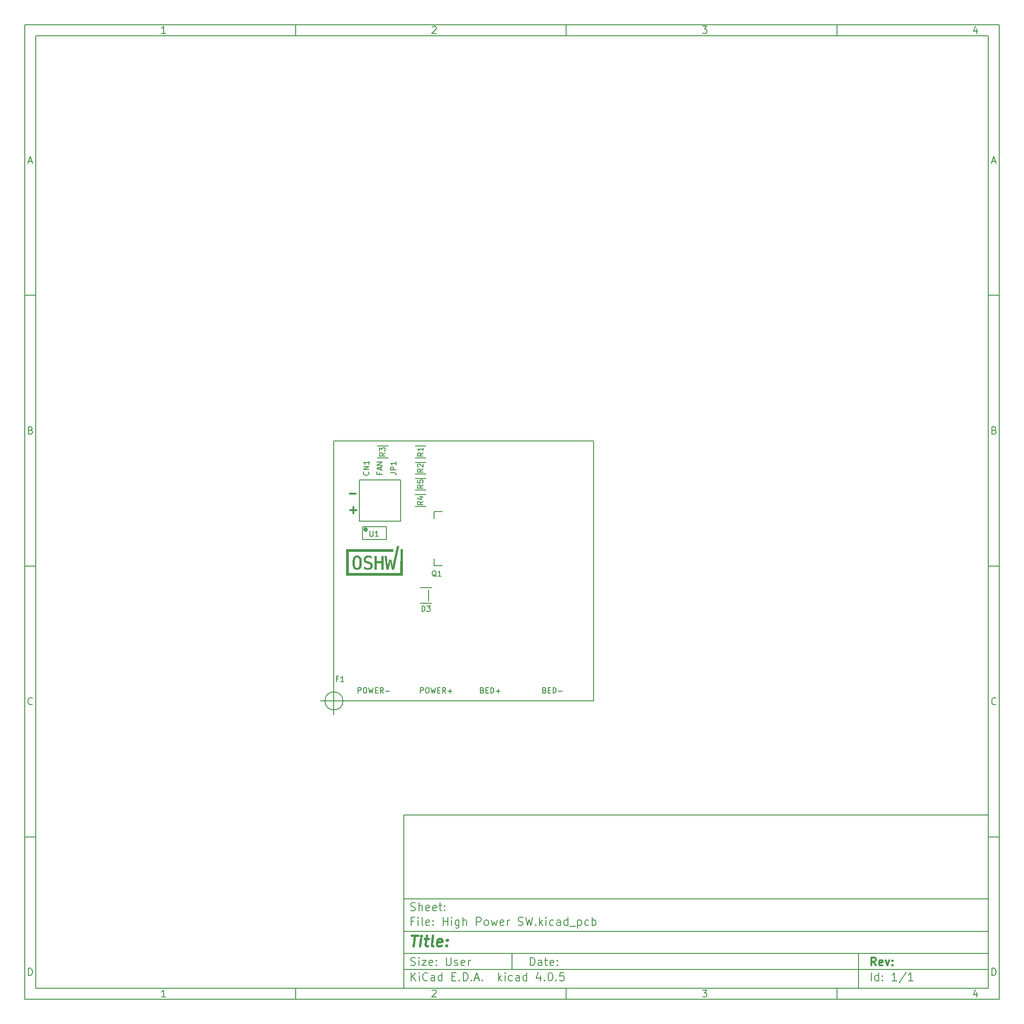
<source format=gbr>
G04 #@! TF.FileFunction,Legend,Top*
%FSLAX46Y46*%
G04 Gerber Fmt 4.6, Leading zero omitted, Abs format (unit mm)*
G04 Created by KiCad (PCBNEW 4.0.5) date 02/15/17 00:10:35*
%MOMM*%
%LPD*%
G01*
G04 APERTURE LIST*
%ADD10C,0.100000*%
%ADD11C,0.150000*%
%ADD12C,0.300000*%
%ADD13C,0.400000*%
%ADD14C,0.002540*%
G04 APERTURE END LIST*
D10*
D11*
X79999600Y-155999600D02*
X79999600Y-187999600D01*
X187999600Y-187999600D01*
X187999600Y-155999600D01*
X79999600Y-155999600D01*
D10*
D11*
X10000000Y-10000000D02*
X10000000Y-189999600D01*
X189999600Y-189999600D01*
X189999600Y-10000000D01*
X10000000Y-10000000D01*
D10*
D11*
X12000000Y-12000000D02*
X12000000Y-187999600D01*
X187999600Y-187999600D01*
X187999600Y-12000000D01*
X12000000Y-12000000D01*
D10*
D11*
X60000000Y-12000000D02*
X60000000Y-10000000D01*
D10*
D11*
X110000000Y-12000000D02*
X110000000Y-10000000D01*
D10*
D11*
X160000000Y-12000000D02*
X160000000Y-10000000D01*
D10*
D11*
X35990476Y-11588095D02*
X35247619Y-11588095D01*
X35619048Y-11588095D02*
X35619048Y-10288095D01*
X35495238Y-10473810D01*
X35371429Y-10597619D01*
X35247619Y-10659524D01*
D10*
D11*
X85247619Y-10411905D02*
X85309524Y-10350000D01*
X85433333Y-10288095D01*
X85742857Y-10288095D01*
X85866667Y-10350000D01*
X85928571Y-10411905D01*
X85990476Y-10535714D01*
X85990476Y-10659524D01*
X85928571Y-10845238D01*
X85185714Y-11588095D01*
X85990476Y-11588095D01*
D10*
D11*
X135185714Y-10288095D02*
X135990476Y-10288095D01*
X135557143Y-10783333D01*
X135742857Y-10783333D01*
X135866667Y-10845238D01*
X135928571Y-10907143D01*
X135990476Y-11030952D01*
X135990476Y-11340476D01*
X135928571Y-11464286D01*
X135866667Y-11526190D01*
X135742857Y-11588095D01*
X135371429Y-11588095D01*
X135247619Y-11526190D01*
X135185714Y-11464286D01*
D10*
D11*
X185866667Y-10721429D02*
X185866667Y-11588095D01*
X185557143Y-10226190D02*
X185247619Y-11154762D01*
X186052381Y-11154762D01*
D10*
D11*
X60000000Y-187999600D02*
X60000000Y-189999600D01*
D10*
D11*
X110000000Y-187999600D02*
X110000000Y-189999600D01*
D10*
D11*
X160000000Y-187999600D02*
X160000000Y-189999600D01*
D10*
D11*
X35990476Y-189587695D02*
X35247619Y-189587695D01*
X35619048Y-189587695D02*
X35619048Y-188287695D01*
X35495238Y-188473410D01*
X35371429Y-188597219D01*
X35247619Y-188659124D01*
D10*
D11*
X85247619Y-188411505D02*
X85309524Y-188349600D01*
X85433333Y-188287695D01*
X85742857Y-188287695D01*
X85866667Y-188349600D01*
X85928571Y-188411505D01*
X85990476Y-188535314D01*
X85990476Y-188659124D01*
X85928571Y-188844838D01*
X85185714Y-189587695D01*
X85990476Y-189587695D01*
D10*
D11*
X135185714Y-188287695D02*
X135990476Y-188287695D01*
X135557143Y-188782933D01*
X135742857Y-188782933D01*
X135866667Y-188844838D01*
X135928571Y-188906743D01*
X135990476Y-189030552D01*
X135990476Y-189340076D01*
X135928571Y-189463886D01*
X135866667Y-189525790D01*
X135742857Y-189587695D01*
X135371429Y-189587695D01*
X135247619Y-189525790D01*
X135185714Y-189463886D01*
D10*
D11*
X185866667Y-188721029D02*
X185866667Y-189587695D01*
X185557143Y-188225790D02*
X185247619Y-189154362D01*
X186052381Y-189154362D01*
D10*
D11*
X10000000Y-60000000D02*
X12000000Y-60000000D01*
D10*
D11*
X10000000Y-110000000D02*
X12000000Y-110000000D01*
D10*
D11*
X10000000Y-160000000D02*
X12000000Y-160000000D01*
D10*
D11*
X10690476Y-35216667D02*
X11309524Y-35216667D01*
X10566667Y-35588095D02*
X11000000Y-34288095D01*
X11433333Y-35588095D01*
D10*
D11*
X11092857Y-84907143D02*
X11278571Y-84969048D01*
X11340476Y-85030952D01*
X11402381Y-85154762D01*
X11402381Y-85340476D01*
X11340476Y-85464286D01*
X11278571Y-85526190D01*
X11154762Y-85588095D01*
X10659524Y-85588095D01*
X10659524Y-84288095D01*
X11092857Y-84288095D01*
X11216667Y-84350000D01*
X11278571Y-84411905D01*
X11340476Y-84535714D01*
X11340476Y-84659524D01*
X11278571Y-84783333D01*
X11216667Y-84845238D01*
X11092857Y-84907143D01*
X10659524Y-84907143D01*
D10*
D11*
X11402381Y-135464286D02*
X11340476Y-135526190D01*
X11154762Y-135588095D01*
X11030952Y-135588095D01*
X10845238Y-135526190D01*
X10721429Y-135402381D01*
X10659524Y-135278571D01*
X10597619Y-135030952D01*
X10597619Y-134845238D01*
X10659524Y-134597619D01*
X10721429Y-134473810D01*
X10845238Y-134350000D01*
X11030952Y-134288095D01*
X11154762Y-134288095D01*
X11340476Y-134350000D01*
X11402381Y-134411905D01*
D10*
D11*
X10659524Y-185588095D02*
X10659524Y-184288095D01*
X10969048Y-184288095D01*
X11154762Y-184350000D01*
X11278571Y-184473810D01*
X11340476Y-184597619D01*
X11402381Y-184845238D01*
X11402381Y-185030952D01*
X11340476Y-185278571D01*
X11278571Y-185402381D01*
X11154762Y-185526190D01*
X10969048Y-185588095D01*
X10659524Y-185588095D01*
D10*
D11*
X189999600Y-60000000D02*
X187999600Y-60000000D01*
D10*
D11*
X189999600Y-110000000D02*
X187999600Y-110000000D01*
D10*
D11*
X189999600Y-160000000D02*
X187999600Y-160000000D01*
D10*
D11*
X188690076Y-35216667D02*
X189309124Y-35216667D01*
X188566267Y-35588095D02*
X188999600Y-34288095D01*
X189432933Y-35588095D01*
D10*
D11*
X189092457Y-84907143D02*
X189278171Y-84969048D01*
X189340076Y-85030952D01*
X189401981Y-85154762D01*
X189401981Y-85340476D01*
X189340076Y-85464286D01*
X189278171Y-85526190D01*
X189154362Y-85588095D01*
X188659124Y-85588095D01*
X188659124Y-84288095D01*
X189092457Y-84288095D01*
X189216267Y-84350000D01*
X189278171Y-84411905D01*
X189340076Y-84535714D01*
X189340076Y-84659524D01*
X189278171Y-84783333D01*
X189216267Y-84845238D01*
X189092457Y-84907143D01*
X188659124Y-84907143D01*
D10*
D11*
X189401981Y-135464286D02*
X189340076Y-135526190D01*
X189154362Y-135588095D01*
X189030552Y-135588095D01*
X188844838Y-135526190D01*
X188721029Y-135402381D01*
X188659124Y-135278571D01*
X188597219Y-135030952D01*
X188597219Y-134845238D01*
X188659124Y-134597619D01*
X188721029Y-134473810D01*
X188844838Y-134350000D01*
X189030552Y-134288095D01*
X189154362Y-134288095D01*
X189340076Y-134350000D01*
X189401981Y-134411905D01*
D10*
D11*
X188659124Y-185588095D02*
X188659124Y-184288095D01*
X188968648Y-184288095D01*
X189154362Y-184350000D01*
X189278171Y-184473810D01*
X189340076Y-184597619D01*
X189401981Y-184845238D01*
X189401981Y-185030952D01*
X189340076Y-185278571D01*
X189278171Y-185402381D01*
X189154362Y-185526190D01*
X188968648Y-185588095D01*
X188659124Y-185588095D01*
D10*
D11*
X103356743Y-183778171D02*
X103356743Y-182278171D01*
X103713886Y-182278171D01*
X103928171Y-182349600D01*
X104071029Y-182492457D01*
X104142457Y-182635314D01*
X104213886Y-182921029D01*
X104213886Y-183135314D01*
X104142457Y-183421029D01*
X104071029Y-183563886D01*
X103928171Y-183706743D01*
X103713886Y-183778171D01*
X103356743Y-183778171D01*
X105499600Y-183778171D02*
X105499600Y-182992457D01*
X105428171Y-182849600D01*
X105285314Y-182778171D01*
X104999600Y-182778171D01*
X104856743Y-182849600D01*
X105499600Y-183706743D02*
X105356743Y-183778171D01*
X104999600Y-183778171D01*
X104856743Y-183706743D01*
X104785314Y-183563886D01*
X104785314Y-183421029D01*
X104856743Y-183278171D01*
X104999600Y-183206743D01*
X105356743Y-183206743D01*
X105499600Y-183135314D01*
X105999600Y-182778171D02*
X106571029Y-182778171D01*
X106213886Y-182278171D02*
X106213886Y-183563886D01*
X106285314Y-183706743D01*
X106428172Y-183778171D01*
X106571029Y-183778171D01*
X107642457Y-183706743D02*
X107499600Y-183778171D01*
X107213886Y-183778171D01*
X107071029Y-183706743D01*
X106999600Y-183563886D01*
X106999600Y-182992457D01*
X107071029Y-182849600D01*
X107213886Y-182778171D01*
X107499600Y-182778171D01*
X107642457Y-182849600D01*
X107713886Y-182992457D01*
X107713886Y-183135314D01*
X106999600Y-183278171D01*
X108356743Y-183635314D02*
X108428171Y-183706743D01*
X108356743Y-183778171D01*
X108285314Y-183706743D01*
X108356743Y-183635314D01*
X108356743Y-183778171D01*
X108356743Y-182849600D02*
X108428171Y-182921029D01*
X108356743Y-182992457D01*
X108285314Y-182921029D01*
X108356743Y-182849600D01*
X108356743Y-182992457D01*
D10*
D11*
X79999600Y-184499600D02*
X187999600Y-184499600D01*
D10*
D11*
X81356743Y-186578171D02*
X81356743Y-185078171D01*
X82213886Y-186578171D02*
X81571029Y-185721029D01*
X82213886Y-185078171D02*
X81356743Y-185935314D01*
X82856743Y-186578171D02*
X82856743Y-185578171D01*
X82856743Y-185078171D02*
X82785314Y-185149600D01*
X82856743Y-185221029D01*
X82928171Y-185149600D01*
X82856743Y-185078171D01*
X82856743Y-185221029D01*
X84428172Y-186435314D02*
X84356743Y-186506743D01*
X84142457Y-186578171D01*
X83999600Y-186578171D01*
X83785315Y-186506743D01*
X83642457Y-186363886D01*
X83571029Y-186221029D01*
X83499600Y-185935314D01*
X83499600Y-185721029D01*
X83571029Y-185435314D01*
X83642457Y-185292457D01*
X83785315Y-185149600D01*
X83999600Y-185078171D01*
X84142457Y-185078171D01*
X84356743Y-185149600D01*
X84428172Y-185221029D01*
X85713886Y-186578171D02*
X85713886Y-185792457D01*
X85642457Y-185649600D01*
X85499600Y-185578171D01*
X85213886Y-185578171D01*
X85071029Y-185649600D01*
X85713886Y-186506743D02*
X85571029Y-186578171D01*
X85213886Y-186578171D01*
X85071029Y-186506743D01*
X84999600Y-186363886D01*
X84999600Y-186221029D01*
X85071029Y-186078171D01*
X85213886Y-186006743D01*
X85571029Y-186006743D01*
X85713886Y-185935314D01*
X87071029Y-186578171D02*
X87071029Y-185078171D01*
X87071029Y-186506743D02*
X86928172Y-186578171D01*
X86642458Y-186578171D01*
X86499600Y-186506743D01*
X86428172Y-186435314D01*
X86356743Y-186292457D01*
X86356743Y-185863886D01*
X86428172Y-185721029D01*
X86499600Y-185649600D01*
X86642458Y-185578171D01*
X86928172Y-185578171D01*
X87071029Y-185649600D01*
X88928172Y-185792457D02*
X89428172Y-185792457D01*
X89642458Y-186578171D02*
X88928172Y-186578171D01*
X88928172Y-185078171D01*
X89642458Y-185078171D01*
X90285315Y-186435314D02*
X90356743Y-186506743D01*
X90285315Y-186578171D01*
X90213886Y-186506743D01*
X90285315Y-186435314D01*
X90285315Y-186578171D01*
X90999601Y-186578171D02*
X90999601Y-185078171D01*
X91356744Y-185078171D01*
X91571029Y-185149600D01*
X91713887Y-185292457D01*
X91785315Y-185435314D01*
X91856744Y-185721029D01*
X91856744Y-185935314D01*
X91785315Y-186221029D01*
X91713887Y-186363886D01*
X91571029Y-186506743D01*
X91356744Y-186578171D01*
X90999601Y-186578171D01*
X92499601Y-186435314D02*
X92571029Y-186506743D01*
X92499601Y-186578171D01*
X92428172Y-186506743D01*
X92499601Y-186435314D01*
X92499601Y-186578171D01*
X93142458Y-186149600D02*
X93856744Y-186149600D01*
X92999601Y-186578171D02*
X93499601Y-185078171D01*
X93999601Y-186578171D01*
X94499601Y-186435314D02*
X94571029Y-186506743D01*
X94499601Y-186578171D01*
X94428172Y-186506743D01*
X94499601Y-186435314D01*
X94499601Y-186578171D01*
X97499601Y-186578171D02*
X97499601Y-185078171D01*
X97642458Y-186006743D02*
X98071029Y-186578171D01*
X98071029Y-185578171D02*
X97499601Y-186149600D01*
X98713887Y-186578171D02*
X98713887Y-185578171D01*
X98713887Y-185078171D02*
X98642458Y-185149600D01*
X98713887Y-185221029D01*
X98785315Y-185149600D01*
X98713887Y-185078171D01*
X98713887Y-185221029D01*
X100071030Y-186506743D02*
X99928173Y-186578171D01*
X99642459Y-186578171D01*
X99499601Y-186506743D01*
X99428173Y-186435314D01*
X99356744Y-186292457D01*
X99356744Y-185863886D01*
X99428173Y-185721029D01*
X99499601Y-185649600D01*
X99642459Y-185578171D01*
X99928173Y-185578171D01*
X100071030Y-185649600D01*
X101356744Y-186578171D02*
X101356744Y-185792457D01*
X101285315Y-185649600D01*
X101142458Y-185578171D01*
X100856744Y-185578171D01*
X100713887Y-185649600D01*
X101356744Y-186506743D02*
X101213887Y-186578171D01*
X100856744Y-186578171D01*
X100713887Y-186506743D01*
X100642458Y-186363886D01*
X100642458Y-186221029D01*
X100713887Y-186078171D01*
X100856744Y-186006743D01*
X101213887Y-186006743D01*
X101356744Y-185935314D01*
X102713887Y-186578171D02*
X102713887Y-185078171D01*
X102713887Y-186506743D02*
X102571030Y-186578171D01*
X102285316Y-186578171D01*
X102142458Y-186506743D01*
X102071030Y-186435314D01*
X101999601Y-186292457D01*
X101999601Y-185863886D01*
X102071030Y-185721029D01*
X102142458Y-185649600D01*
X102285316Y-185578171D01*
X102571030Y-185578171D01*
X102713887Y-185649600D01*
X105213887Y-185578171D02*
X105213887Y-186578171D01*
X104856744Y-185006743D02*
X104499601Y-186078171D01*
X105428173Y-186078171D01*
X105999601Y-186435314D02*
X106071029Y-186506743D01*
X105999601Y-186578171D01*
X105928172Y-186506743D01*
X105999601Y-186435314D01*
X105999601Y-186578171D01*
X106999601Y-185078171D02*
X107142458Y-185078171D01*
X107285315Y-185149600D01*
X107356744Y-185221029D01*
X107428173Y-185363886D01*
X107499601Y-185649600D01*
X107499601Y-186006743D01*
X107428173Y-186292457D01*
X107356744Y-186435314D01*
X107285315Y-186506743D01*
X107142458Y-186578171D01*
X106999601Y-186578171D01*
X106856744Y-186506743D01*
X106785315Y-186435314D01*
X106713887Y-186292457D01*
X106642458Y-186006743D01*
X106642458Y-185649600D01*
X106713887Y-185363886D01*
X106785315Y-185221029D01*
X106856744Y-185149600D01*
X106999601Y-185078171D01*
X108142458Y-186435314D02*
X108213886Y-186506743D01*
X108142458Y-186578171D01*
X108071029Y-186506743D01*
X108142458Y-186435314D01*
X108142458Y-186578171D01*
X109571030Y-185078171D02*
X108856744Y-185078171D01*
X108785315Y-185792457D01*
X108856744Y-185721029D01*
X108999601Y-185649600D01*
X109356744Y-185649600D01*
X109499601Y-185721029D01*
X109571030Y-185792457D01*
X109642458Y-185935314D01*
X109642458Y-186292457D01*
X109571030Y-186435314D01*
X109499601Y-186506743D01*
X109356744Y-186578171D01*
X108999601Y-186578171D01*
X108856744Y-186506743D01*
X108785315Y-186435314D01*
D10*
D11*
X79999600Y-181499600D02*
X187999600Y-181499600D01*
D10*
D12*
X167213886Y-183778171D02*
X166713886Y-183063886D01*
X166356743Y-183778171D02*
X166356743Y-182278171D01*
X166928171Y-182278171D01*
X167071029Y-182349600D01*
X167142457Y-182421029D01*
X167213886Y-182563886D01*
X167213886Y-182778171D01*
X167142457Y-182921029D01*
X167071029Y-182992457D01*
X166928171Y-183063886D01*
X166356743Y-183063886D01*
X168428171Y-183706743D02*
X168285314Y-183778171D01*
X167999600Y-183778171D01*
X167856743Y-183706743D01*
X167785314Y-183563886D01*
X167785314Y-182992457D01*
X167856743Y-182849600D01*
X167999600Y-182778171D01*
X168285314Y-182778171D01*
X168428171Y-182849600D01*
X168499600Y-182992457D01*
X168499600Y-183135314D01*
X167785314Y-183278171D01*
X168999600Y-182778171D02*
X169356743Y-183778171D01*
X169713885Y-182778171D01*
X170285314Y-183635314D02*
X170356742Y-183706743D01*
X170285314Y-183778171D01*
X170213885Y-183706743D01*
X170285314Y-183635314D01*
X170285314Y-183778171D01*
X170285314Y-182849600D02*
X170356742Y-182921029D01*
X170285314Y-182992457D01*
X170213885Y-182921029D01*
X170285314Y-182849600D01*
X170285314Y-182992457D01*
D10*
D11*
X81285314Y-183706743D02*
X81499600Y-183778171D01*
X81856743Y-183778171D01*
X81999600Y-183706743D01*
X82071029Y-183635314D01*
X82142457Y-183492457D01*
X82142457Y-183349600D01*
X82071029Y-183206743D01*
X81999600Y-183135314D01*
X81856743Y-183063886D01*
X81571029Y-182992457D01*
X81428171Y-182921029D01*
X81356743Y-182849600D01*
X81285314Y-182706743D01*
X81285314Y-182563886D01*
X81356743Y-182421029D01*
X81428171Y-182349600D01*
X81571029Y-182278171D01*
X81928171Y-182278171D01*
X82142457Y-182349600D01*
X82785314Y-183778171D02*
X82785314Y-182778171D01*
X82785314Y-182278171D02*
X82713885Y-182349600D01*
X82785314Y-182421029D01*
X82856742Y-182349600D01*
X82785314Y-182278171D01*
X82785314Y-182421029D01*
X83356743Y-182778171D02*
X84142457Y-182778171D01*
X83356743Y-183778171D01*
X84142457Y-183778171D01*
X85285314Y-183706743D02*
X85142457Y-183778171D01*
X84856743Y-183778171D01*
X84713886Y-183706743D01*
X84642457Y-183563886D01*
X84642457Y-182992457D01*
X84713886Y-182849600D01*
X84856743Y-182778171D01*
X85142457Y-182778171D01*
X85285314Y-182849600D01*
X85356743Y-182992457D01*
X85356743Y-183135314D01*
X84642457Y-183278171D01*
X85999600Y-183635314D02*
X86071028Y-183706743D01*
X85999600Y-183778171D01*
X85928171Y-183706743D01*
X85999600Y-183635314D01*
X85999600Y-183778171D01*
X85999600Y-182849600D02*
X86071028Y-182921029D01*
X85999600Y-182992457D01*
X85928171Y-182921029D01*
X85999600Y-182849600D01*
X85999600Y-182992457D01*
X87856743Y-182278171D02*
X87856743Y-183492457D01*
X87928171Y-183635314D01*
X87999600Y-183706743D01*
X88142457Y-183778171D01*
X88428171Y-183778171D01*
X88571029Y-183706743D01*
X88642457Y-183635314D01*
X88713886Y-183492457D01*
X88713886Y-182278171D01*
X89356743Y-183706743D02*
X89499600Y-183778171D01*
X89785315Y-183778171D01*
X89928172Y-183706743D01*
X89999600Y-183563886D01*
X89999600Y-183492457D01*
X89928172Y-183349600D01*
X89785315Y-183278171D01*
X89571029Y-183278171D01*
X89428172Y-183206743D01*
X89356743Y-183063886D01*
X89356743Y-182992457D01*
X89428172Y-182849600D01*
X89571029Y-182778171D01*
X89785315Y-182778171D01*
X89928172Y-182849600D01*
X91213886Y-183706743D02*
X91071029Y-183778171D01*
X90785315Y-183778171D01*
X90642458Y-183706743D01*
X90571029Y-183563886D01*
X90571029Y-182992457D01*
X90642458Y-182849600D01*
X90785315Y-182778171D01*
X91071029Y-182778171D01*
X91213886Y-182849600D01*
X91285315Y-182992457D01*
X91285315Y-183135314D01*
X90571029Y-183278171D01*
X91928172Y-183778171D02*
X91928172Y-182778171D01*
X91928172Y-183063886D02*
X91999600Y-182921029D01*
X92071029Y-182849600D01*
X92213886Y-182778171D01*
X92356743Y-182778171D01*
D10*
D11*
X166356743Y-186578171D02*
X166356743Y-185078171D01*
X167713886Y-186578171D02*
X167713886Y-185078171D01*
X167713886Y-186506743D02*
X167571029Y-186578171D01*
X167285315Y-186578171D01*
X167142457Y-186506743D01*
X167071029Y-186435314D01*
X166999600Y-186292457D01*
X166999600Y-185863886D01*
X167071029Y-185721029D01*
X167142457Y-185649600D01*
X167285315Y-185578171D01*
X167571029Y-185578171D01*
X167713886Y-185649600D01*
X168428172Y-186435314D02*
X168499600Y-186506743D01*
X168428172Y-186578171D01*
X168356743Y-186506743D01*
X168428172Y-186435314D01*
X168428172Y-186578171D01*
X168428172Y-185649600D02*
X168499600Y-185721029D01*
X168428172Y-185792457D01*
X168356743Y-185721029D01*
X168428172Y-185649600D01*
X168428172Y-185792457D01*
X171071029Y-186578171D02*
X170213886Y-186578171D01*
X170642458Y-186578171D02*
X170642458Y-185078171D01*
X170499601Y-185292457D01*
X170356743Y-185435314D01*
X170213886Y-185506743D01*
X172785314Y-185006743D02*
X171499600Y-186935314D01*
X174071029Y-186578171D02*
X173213886Y-186578171D01*
X173642458Y-186578171D02*
X173642458Y-185078171D01*
X173499601Y-185292457D01*
X173356743Y-185435314D01*
X173213886Y-185506743D01*
D10*
D11*
X79999600Y-177499600D02*
X187999600Y-177499600D01*
D10*
D13*
X81451981Y-178204362D02*
X82594838Y-178204362D01*
X81773410Y-180204362D02*
X82023410Y-178204362D01*
X83011505Y-180204362D02*
X83178171Y-178871029D01*
X83261505Y-178204362D02*
X83154362Y-178299600D01*
X83237695Y-178394838D01*
X83344839Y-178299600D01*
X83261505Y-178204362D01*
X83237695Y-178394838D01*
X83844838Y-178871029D02*
X84606743Y-178871029D01*
X84213886Y-178204362D02*
X83999600Y-179918648D01*
X84071030Y-180109124D01*
X84249601Y-180204362D01*
X84440077Y-180204362D01*
X85392458Y-180204362D02*
X85213887Y-180109124D01*
X85142457Y-179918648D01*
X85356743Y-178204362D01*
X86928172Y-180109124D02*
X86725791Y-180204362D01*
X86344839Y-180204362D01*
X86166267Y-180109124D01*
X86094838Y-179918648D01*
X86190076Y-179156743D01*
X86309124Y-178966267D01*
X86511505Y-178871029D01*
X86892457Y-178871029D01*
X87071029Y-178966267D01*
X87142457Y-179156743D01*
X87118648Y-179347219D01*
X86142457Y-179537695D01*
X87892457Y-180013886D02*
X87975792Y-180109124D01*
X87868648Y-180204362D01*
X87785315Y-180109124D01*
X87892457Y-180013886D01*
X87868648Y-180204362D01*
X88023410Y-178966267D02*
X88106744Y-179061505D01*
X87999600Y-179156743D01*
X87916267Y-179061505D01*
X88023410Y-178966267D01*
X87999600Y-179156743D01*
D10*
D11*
X81856743Y-175592457D02*
X81356743Y-175592457D01*
X81356743Y-176378171D02*
X81356743Y-174878171D01*
X82071029Y-174878171D01*
X82642457Y-176378171D02*
X82642457Y-175378171D01*
X82642457Y-174878171D02*
X82571028Y-174949600D01*
X82642457Y-175021029D01*
X82713885Y-174949600D01*
X82642457Y-174878171D01*
X82642457Y-175021029D01*
X83571029Y-176378171D02*
X83428171Y-176306743D01*
X83356743Y-176163886D01*
X83356743Y-174878171D01*
X84713885Y-176306743D02*
X84571028Y-176378171D01*
X84285314Y-176378171D01*
X84142457Y-176306743D01*
X84071028Y-176163886D01*
X84071028Y-175592457D01*
X84142457Y-175449600D01*
X84285314Y-175378171D01*
X84571028Y-175378171D01*
X84713885Y-175449600D01*
X84785314Y-175592457D01*
X84785314Y-175735314D01*
X84071028Y-175878171D01*
X85428171Y-176235314D02*
X85499599Y-176306743D01*
X85428171Y-176378171D01*
X85356742Y-176306743D01*
X85428171Y-176235314D01*
X85428171Y-176378171D01*
X85428171Y-175449600D02*
X85499599Y-175521029D01*
X85428171Y-175592457D01*
X85356742Y-175521029D01*
X85428171Y-175449600D01*
X85428171Y-175592457D01*
X87285314Y-176378171D02*
X87285314Y-174878171D01*
X87285314Y-175592457D02*
X88142457Y-175592457D01*
X88142457Y-176378171D02*
X88142457Y-174878171D01*
X88856743Y-176378171D02*
X88856743Y-175378171D01*
X88856743Y-174878171D02*
X88785314Y-174949600D01*
X88856743Y-175021029D01*
X88928171Y-174949600D01*
X88856743Y-174878171D01*
X88856743Y-175021029D01*
X90213886Y-175378171D02*
X90213886Y-176592457D01*
X90142457Y-176735314D01*
X90071029Y-176806743D01*
X89928172Y-176878171D01*
X89713886Y-176878171D01*
X89571029Y-176806743D01*
X90213886Y-176306743D02*
X90071029Y-176378171D01*
X89785315Y-176378171D01*
X89642457Y-176306743D01*
X89571029Y-176235314D01*
X89499600Y-176092457D01*
X89499600Y-175663886D01*
X89571029Y-175521029D01*
X89642457Y-175449600D01*
X89785315Y-175378171D01*
X90071029Y-175378171D01*
X90213886Y-175449600D01*
X90928172Y-176378171D02*
X90928172Y-174878171D01*
X91571029Y-176378171D02*
X91571029Y-175592457D01*
X91499600Y-175449600D01*
X91356743Y-175378171D01*
X91142458Y-175378171D01*
X90999600Y-175449600D01*
X90928172Y-175521029D01*
X93428172Y-176378171D02*
X93428172Y-174878171D01*
X93999600Y-174878171D01*
X94142458Y-174949600D01*
X94213886Y-175021029D01*
X94285315Y-175163886D01*
X94285315Y-175378171D01*
X94213886Y-175521029D01*
X94142458Y-175592457D01*
X93999600Y-175663886D01*
X93428172Y-175663886D01*
X95142458Y-176378171D02*
X94999600Y-176306743D01*
X94928172Y-176235314D01*
X94856743Y-176092457D01*
X94856743Y-175663886D01*
X94928172Y-175521029D01*
X94999600Y-175449600D01*
X95142458Y-175378171D01*
X95356743Y-175378171D01*
X95499600Y-175449600D01*
X95571029Y-175521029D01*
X95642458Y-175663886D01*
X95642458Y-176092457D01*
X95571029Y-176235314D01*
X95499600Y-176306743D01*
X95356743Y-176378171D01*
X95142458Y-176378171D01*
X96142458Y-175378171D02*
X96428172Y-176378171D01*
X96713886Y-175663886D01*
X96999601Y-176378171D01*
X97285315Y-175378171D01*
X98428172Y-176306743D02*
X98285315Y-176378171D01*
X97999601Y-176378171D01*
X97856744Y-176306743D01*
X97785315Y-176163886D01*
X97785315Y-175592457D01*
X97856744Y-175449600D01*
X97999601Y-175378171D01*
X98285315Y-175378171D01*
X98428172Y-175449600D01*
X98499601Y-175592457D01*
X98499601Y-175735314D01*
X97785315Y-175878171D01*
X99142458Y-176378171D02*
X99142458Y-175378171D01*
X99142458Y-175663886D02*
X99213886Y-175521029D01*
X99285315Y-175449600D01*
X99428172Y-175378171D01*
X99571029Y-175378171D01*
X101142457Y-176306743D02*
X101356743Y-176378171D01*
X101713886Y-176378171D01*
X101856743Y-176306743D01*
X101928172Y-176235314D01*
X101999600Y-176092457D01*
X101999600Y-175949600D01*
X101928172Y-175806743D01*
X101856743Y-175735314D01*
X101713886Y-175663886D01*
X101428172Y-175592457D01*
X101285314Y-175521029D01*
X101213886Y-175449600D01*
X101142457Y-175306743D01*
X101142457Y-175163886D01*
X101213886Y-175021029D01*
X101285314Y-174949600D01*
X101428172Y-174878171D01*
X101785314Y-174878171D01*
X101999600Y-174949600D01*
X102499600Y-174878171D02*
X102856743Y-176378171D01*
X103142457Y-175306743D01*
X103428171Y-176378171D01*
X103785314Y-174878171D01*
X104356743Y-176235314D02*
X104428171Y-176306743D01*
X104356743Y-176378171D01*
X104285314Y-176306743D01*
X104356743Y-176235314D01*
X104356743Y-176378171D01*
X105071029Y-176378171D02*
X105071029Y-174878171D01*
X105213886Y-175806743D02*
X105642457Y-176378171D01*
X105642457Y-175378171D02*
X105071029Y-175949600D01*
X106285315Y-176378171D02*
X106285315Y-175378171D01*
X106285315Y-174878171D02*
X106213886Y-174949600D01*
X106285315Y-175021029D01*
X106356743Y-174949600D01*
X106285315Y-174878171D01*
X106285315Y-175021029D01*
X107642458Y-176306743D02*
X107499601Y-176378171D01*
X107213887Y-176378171D01*
X107071029Y-176306743D01*
X106999601Y-176235314D01*
X106928172Y-176092457D01*
X106928172Y-175663886D01*
X106999601Y-175521029D01*
X107071029Y-175449600D01*
X107213887Y-175378171D01*
X107499601Y-175378171D01*
X107642458Y-175449600D01*
X108928172Y-176378171D02*
X108928172Y-175592457D01*
X108856743Y-175449600D01*
X108713886Y-175378171D01*
X108428172Y-175378171D01*
X108285315Y-175449600D01*
X108928172Y-176306743D02*
X108785315Y-176378171D01*
X108428172Y-176378171D01*
X108285315Y-176306743D01*
X108213886Y-176163886D01*
X108213886Y-176021029D01*
X108285315Y-175878171D01*
X108428172Y-175806743D01*
X108785315Y-175806743D01*
X108928172Y-175735314D01*
X110285315Y-176378171D02*
X110285315Y-174878171D01*
X110285315Y-176306743D02*
X110142458Y-176378171D01*
X109856744Y-176378171D01*
X109713886Y-176306743D01*
X109642458Y-176235314D01*
X109571029Y-176092457D01*
X109571029Y-175663886D01*
X109642458Y-175521029D01*
X109713886Y-175449600D01*
X109856744Y-175378171D01*
X110142458Y-175378171D01*
X110285315Y-175449600D01*
X110642458Y-176521029D02*
X111785315Y-176521029D01*
X112142458Y-175378171D02*
X112142458Y-176878171D01*
X112142458Y-175449600D02*
X112285315Y-175378171D01*
X112571029Y-175378171D01*
X112713886Y-175449600D01*
X112785315Y-175521029D01*
X112856744Y-175663886D01*
X112856744Y-176092457D01*
X112785315Y-176235314D01*
X112713886Y-176306743D01*
X112571029Y-176378171D01*
X112285315Y-176378171D01*
X112142458Y-176306743D01*
X114142458Y-176306743D02*
X113999601Y-176378171D01*
X113713887Y-176378171D01*
X113571029Y-176306743D01*
X113499601Y-176235314D01*
X113428172Y-176092457D01*
X113428172Y-175663886D01*
X113499601Y-175521029D01*
X113571029Y-175449600D01*
X113713887Y-175378171D01*
X113999601Y-175378171D01*
X114142458Y-175449600D01*
X114785315Y-176378171D02*
X114785315Y-174878171D01*
X114785315Y-175449600D02*
X114928172Y-175378171D01*
X115213886Y-175378171D01*
X115356743Y-175449600D01*
X115428172Y-175521029D01*
X115499601Y-175663886D01*
X115499601Y-176092457D01*
X115428172Y-176235314D01*
X115356743Y-176306743D01*
X115213886Y-176378171D01*
X114928172Y-176378171D01*
X114785315Y-176306743D01*
D10*
D11*
X79999600Y-171499600D02*
X187999600Y-171499600D01*
D10*
D11*
X81285314Y-173606743D02*
X81499600Y-173678171D01*
X81856743Y-173678171D01*
X81999600Y-173606743D01*
X82071029Y-173535314D01*
X82142457Y-173392457D01*
X82142457Y-173249600D01*
X82071029Y-173106743D01*
X81999600Y-173035314D01*
X81856743Y-172963886D01*
X81571029Y-172892457D01*
X81428171Y-172821029D01*
X81356743Y-172749600D01*
X81285314Y-172606743D01*
X81285314Y-172463886D01*
X81356743Y-172321029D01*
X81428171Y-172249600D01*
X81571029Y-172178171D01*
X81928171Y-172178171D01*
X82142457Y-172249600D01*
X82785314Y-173678171D02*
X82785314Y-172178171D01*
X83428171Y-173678171D02*
X83428171Y-172892457D01*
X83356742Y-172749600D01*
X83213885Y-172678171D01*
X82999600Y-172678171D01*
X82856742Y-172749600D01*
X82785314Y-172821029D01*
X84713885Y-173606743D02*
X84571028Y-173678171D01*
X84285314Y-173678171D01*
X84142457Y-173606743D01*
X84071028Y-173463886D01*
X84071028Y-172892457D01*
X84142457Y-172749600D01*
X84285314Y-172678171D01*
X84571028Y-172678171D01*
X84713885Y-172749600D01*
X84785314Y-172892457D01*
X84785314Y-173035314D01*
X84071028Y-173178171D01*
X85999599Y-173606743D02*
X85856742Y-173678171D01*
X85571028Y-173678171D01*
X85428171Y-173606743D01*
X85356742Y-173463886D01*
X85356742Y-172892457D01*
X85428171Y-172749600D01*
X85571028Y-172678171D01*
X85856742Y-172678171D01*
X85999599Y-172749600D01*
X86071028Y-172892457D01*
X86071028Y-173035314D01*
X85356742Y-173178171D01*
X86499599Y-172678171D02*
X87071028Y-172678171D01*
X86713885Y-172178171D02*
X86713885Y-173463886D01*
X86785313Y-173606743D01*
X86928171Y-173678171D01*
X87071028Y-173678171D01*
X87571028Y-173535314D02*
X87642456Y-173606743D01*
X87571028Y-173678171D01*
X87499599Y-173606743D01*
X87571028Y-173535314D01*
X87571028Y-173678171D01*
X87571028Y-172749600D02*
X87642456Y-172821029D01*
X87571028Y-172892457D01*
X87499599Y-172821029D01*
X87571028Y-172749600D01*
X87571028Y-172892457D01*
D10*
D11*
X99999600Y-181499600D02*
X99999600Y-184499600D01*
D10*
D11*
X163999600Y-181499600D02*
X163999600Y-187999600D01*
X68766666Y-134900000D02*
G75*
G03X68766666Y-134900000I-1666666J0D01*
G01*
X64600000Y-134900000D02*
X69600000Y-134900000D01*
X67100000Y-132400000D02*
X67100000Y-137400000D01*
X77552381Y-92733333D02*
X78266667Y-92733333D01*
X78409524Y-92780953D01*
X78504762Y-92876191D01*
X78552381Y-93019048D01*
X78552381Y-93114286D01*
X78552381Y-92257143D02*
X77552381Y-92257143D01*
X77552381Y-91876190D01*
X77600000Y-91780952D01*
X77647619Y-91733333D01*
X77742857Y-91685714D01*
X77885714Y-91685714D01*
X77980952Y-91733333D01*
X78028571Y-91780952D01*
X78076190Y-91876190D01*
X78076190Y-92257143D01*
X78552381Y-90733333D02*
X78552381Y-91304762D01*
X78552381Y-91019048D02*
X77552381Y-91019048D01*
X77695238Y-91114286D01*
X77790476Y-91209524D01*
X77838095Y-91304762D01*
X75528571Y-92709523D02*
X75528571Y-93042857D01*
X76052381Y-93042857D02*
X75052381Y-93042857D01*
X75052381Y-92566666D01*
X75766667Y-92233333D02*
X75766667Y-91757142D01*
X76052381Y-92328571D02*
X75052381Y-91995238D01*
X76052381Y-91661904D01*
X76052381Y-91328571D02*
X75052381Y-91328571D01*
X76052381Y-90757142D01*
X75052381Y-90757142D01*
X115100000Y-134900000D02*
X67100000Y-134900000D01*
X115100000Y-86900000D02*
X115100000Y-134900000D01*
X113100000Y-86900000D02*
X115100000Y-86900000D01*
X67100000Y-86900000D02*
X113100000Y-86900000D01*
X67100000Y-134900000D02*
X67100000Y-86900000D01*
X68766666Y-134900000D02*
G75*
G03X68766666Y-134900000I-1666666J0D01*
G01*
X64600000Y-134900000D02*
X69600000Y-134900000D01*
X67100000Y-132400000D02*
X67100000Y-137400000D01*
D12*
X70008372Y-96602343D02*
X71151229Y-96602343D01*
X70109972Y-99675743D02*
X71252829Y-99675743D01*
X70681400Y-100247171D02*
X70681400Y-99104314D01*
D11*
X85600000Y-109900000D02*
X85600000Y-108650000D01*
X85600000Y-109900000D02*
X87100000Y-109900000D01*
X85600000Y-99900000D02*
X87100000Y-99900000D01*
X85600000Y-99900000D02*
X85600000Y-101150000D01*
X82100000Y-93825000D02*
X84100000Y-93825000D01*
X84100000Y-95975000D02*
X82100000Y-95975000D01*
X84100000Y-89975000D02*
X82100000Y-89975000D01*
X82100000Y-87825000D02*
X84100000Y-87825000D01*
X82100000Y-90825000D02*
X84100000Y-90825000D01*
X84100000Y-92975000D02*
X82100000Y-92975000D01*
X84100000Y-98975000D02*
X82100000Y-98975000D01*
X82100000Y-96825000D02*
X84100000Y-96825000D01*
X72400000Y-105100000D02*
X72400000Y-102700000D01*
X72400000Y-102700000D02*
X76800000Y-102700000D01*
X76800000Y-102700000D02*
X76800000Y-105100000D01*
X76800000Y-105100000D02*
X72400000Y-105100000D01*
D12*
X73200000Y-103250000D02*
G75*
G03X73200000Y-103250000I-250000J0D01*
G01*
D11*
X71790000Y-101710000D02*
X79410000Y-101710000D01*
X79410000Y-101710000D02*
X79410000Y-94090000D01*
X79410000Y-94090000D02*
X71790000Y-94090000D01*
X71790000Y-94090000D02*
X71790000Y-101710000D01*
X77100000Y-89975000D02*
X75100000Y-89975000D01*
X75100000Y-87825000D02*
X77100000Y-87825000D01*
X84600000Y-116400000D02*
X84600000Y-114400000D01*
X83100000Y-116854000D02*
X85100000Y-116854000D01*
X83100000Y-113946000D02*
X85200000Y-113946000D01*
D14*
G36*
X69384323Y-106878190D02*
X69384323Y-107089857D01*
X69384323Y-111468711D01*
X69384323Y-111680378D01*
X69595990Y-111680378D01*
X79584010Y-111680378D01*
X79795677Y-111680378D01*
X79795677Y-111468711D01*
X79795677Y-106878190D01*
X79381431Y-106878190D01*
X79372344Y-111257045D01*
X69807656Y-111257045D01*
X69807656Y-107301524D01*
X77945799Y-107301524D01*
X77945799Y-106878190D01*
X69595990Y-106878190D01*
X69384323Y-106878190D01*
X69384323Y-106878190D01*
G37*
X69384323Y-106878190D02*
X69384323Y-107089857D01*
X69384323Y-111468711D01*
X69384323Y-111680378D01*
X69595990Y-111680378D01*
X79584010Y-111680378D01*
X79795677Y-111680378D01*
X79795677Y-111468711D01*
X79795677Y-106878190D01*
X79381431Y-106878190D01*
X79372344Y-111257045D01*
X69807656Y-111257045D01*
X69807656Y-107301524D01*
X77945799Y-107301524D01*
X77945799Y-106878190D01*
X69595990Y-106878190D01*
X69384323Y-106878190D01*
G36*
X71827039Y-109330994D02*
X72175958Y-109330994D01*
X72172753Y-109487108D01*
X72163141Y-109632991D01*
X72147121Y-109768642D01*
X72124693Y-109894060D01*
X72095858Y-110009247D01*
X72060615Y-110114202D01*
X72018964Y-110208925D01*
X71970906Y-110293416D01*
X71897134Y-110390430D01*
X71811420Y-110469805D01*
X71713763Y-110531541D01*
X71604163Y-110575638D01*
X71482620Y-110602096D01*
X71349135Y-110610916D01*
X71215649Y-110602142D01*
X71094105Y-110575822D01*
X70984506Y-110531954D01*
X70886849Y-110470539D01*
X70801135Y-110391578D01*
X70727364Y-110295069D01*
X70679693Y-110210914D01*
X70638377Y-110116372D01*
X70603418Y-110011444D01*
X70574815Y-109896128D01*
X70552569Y-109770425D01*
X70536678Y-109634335D01*
X70527144Y-109487858D01*
X70523966Y-109330994D01*
X70527144Y-109174492D01*
X70536678Y-109028274D01*
X70552569Y-108892340D01*
X70574815Y-108766689D01*
X70603418Y-108651321D01*
X70638377Y-108546237D01*
X70679693Y-108451436D01*
X70727364Y-108366918D01*
X70801594Y-108269905D01*
X70887584Y-108190531D01*
X70985332Y-108128795D01*
X71094841Y-108084698D01*
X71216108Y-108058239D01*
X71349135Y-108049418D01*
X71482620Y-108058239D01*
X71604163Y-108084698D01*
X71713763Y-108128795D01*
X71811420Y-108190531D01*
X71897134Y-108269905D01*
X71970906Y-108366918D01*
X72018964Y-108451436D01*
X72060615Y-108546237D01*
X72095858Y-108651321D01*
X72124693Y-108766689D01*
X72147121Y-108892340D01*
X72163141Y-109028274D01*
X72172753Y-109174492D01*
X72175958Y-109330994D01*
X71827039Y-109330994D01*
X71823915Y-109158280D01*
X71814544Y-109002838D01*
X71798926Y-108864667D01*
X71777061Y-108743767D01*
X71748949Y-108640138D01*
X71714591Y-108553780D01*
X71650201Y-108451772D01*
X71567829Y-108378909D01*
X71467473Y-108335190D01*
X71349135Y-108320616D01*
X71231415Y-108335190D01*
X71131266Y-108378909D01*
X71048688Y-108451772D01*
X70983679Y-108553780D01*
X70949825Y-108640138D01*
X70922126Y-108743767D01*
X70900583Y-108864667D01*
X70885195Y-109002838D01*
X70875962Y-109158280D01*
X70872885Y-109330994D01*
X70875962Y-109503203D01*
X70885195Y-109658232D01*
X70900583Y-109796082D01*
X70922126Y-109916752D01*
X70949825Y-110020243D01*
X70983679Y-110106554D01*
X71048688Y-110208563D01*
X71131266Y-110281427D01*
X71231415Y-110325145D01*
X71349135Y-110339718D01*
X71467473Y-110325249D01*
X71567829Y-110281840D01*
X71650201Y-110209493D01*
X71714591Y-110108208D01*
X71748949Y-110021851D01*
X71777061Y-109918222D01*
X71798926Y-109797322D01*
X71814544Y-109659151D01*
X71823915Y-109503708D01*
X71827039Y-109330994D01*
X71827039Y-109330994D01*
G37*
X71827039Y-109330994D02*
X72175958Y-109330994D01*
X72172753Y-109487108D01*
X72163141Y-109632991D01*
X72147121Y-109768642D01*
X72124693Y-109894060D01*
X72095858Y-110009247D01*
X72060615Y-110114202D01*
X72018964Y-110208925D01*
X71970906Y-110293416D01*
X71897134Y-110390430D01*
X71811420Y-110469805D01*
X71713763Y-110531541D01*
X71604163Y-110575638D01*
X71482620Y-110602096D01*
X71349135Y-110610916D01*
X71215649Y-110602142D01*
X71094105Y-110575822D01*
X70984506Y-110531954D01*
X70886849Y-110470539D01*
X70801135Y-110391578D01*
X70727364Y-110295069D01*
X70679693Y-110210914D01*
X70638377Y-110116372D01*
X70603418Y-110011444D01*
X70574815Y-109896128D01*
X70552569Y-109770425D01*
X70536678Y-109634335D01*
X70527144Y-109487858D01*
X70523966Y-109330994D01*
X70527144Y-109174492D01*
X70536678Y-109028274D01*
X70552569Y-108892340D01*
X70574815Y-108766689D01*
X70603418Y-108651321D01*
X70638377Y-108546237D01*
X70679693Y-108451436D01*
X70727364Y-108366918D01*
X70801594Y-108269905D01*
X70887584Y-108190531D01*
X70985332Y-108128795D01*
X71094841Y-108084698D01*
X71216108Y-108058239D01*
X71349135Y-108049418D01*
X71482620Y-108058239D01*
X71604163Y-108084698D01*
X71713763Y-108128795D01*
X71811420Y-108190531D01*
X71897134Y-108269905D01*
X71970906Y-108366918D01*
X72018964Y-108451436D01*
X72060615Y-108546237D01*
X72095858Y-108651321D01*
X72124693Y-108766689D01*
X72147121Y-108892340D01*
X72163141Y-109028274D01*
X72172753Y-109174492D01*
X72175958Y-109330994D01*
X71827039Y-109330994D01*
X71823915Y-109158280D01*
X71814544Y-109002838D01*
X71798926Y-108864667D01*
X71777061Y-108743767D01*
X71748949Y-108640138D01*
X71714591Y-108553780D01*
X71650201Y-108451772D01*
X71567829Y-108378909D01*
X71467473Y-108335190D01*
X71349135Y-108320616D01*
X71231415Y-108335190D01*
X71131266Y-108378909D01*
X71048688Y-108451772D01*
X70983679Y-108553780D01*
X70949825Y-108640138D01*
X70922126Y-108743767D01*
X70900583Y-108864667D01*
X70885195Y-109002838D01*
X70875962Y-109158280D01*
X70872885Y-109330994D01*
X70875962Y-109503203D01*
X70885195Y-109658232D01*
X70900583Y-109796082D01*
X70922126Y-109916752D01*
X70949825Y-110020243D01*
X70983679Y-110106554D01*
X71048688Y-110208563D01*
X71131266Y-110281427D01*
X71231415Y-110325145D01*
X71349135Y-110339718D01*
X71467473Y-110325249D01*
X71567829Y-110281840D01*
X71650201Y-110209493D01*
X71714591Y-110108208D01*
X71748949Y-110021851D01*
X71777061Y-109918222D01*
X71798926Y-109797322D01*
X71814544Y-109659151D01*
X71823915Y-109503708D01*
X71827039Y-109330994D01*
G36*
X74041270Y-108178402D02*
X74041270Y-108517400D01*
X73939662Y-108457687D01*
X73837687Y-108408628D01*
X73735346Y-108370225D01*
X73633554Y-108342666D01*
X73531028Y-108326130D01*
X73427768Y-108320616D01*
X73281144Y-108332928D01*
X73156569Y-108369860D01*
X73054044Y-108431410D01*
X72977792Y-108512808D01*
X72932041Y-108611475D01*
X72916791Y-108727413D01*
X72939115Y-108871695D01*
X73006088Y-108977114D01*
X73083993Y-109031318D01*
X73196441Y-109079273D01*
X73343432Y-109120981D01*
X73518718Y-109160668D01*
X73650083Y-109196784D01*
X73766367Y-109240309D01*
X73867570Y-109291241D01*
X73953693Y-109349581D01*
X74024734Y-109415329D01*
X74094186Y-109510001D01*
X74143795Y-109620382D01*
X74173561Y-109746473D01*
X74183484Y-109888272D01*
X74174752Y-110022482D01*
X74148558Y-110143331D01*
X74104902Y-110250818D01*
X74043783Y-110344943D01*
X73965203Y-110425708D01*
X73869952Y-110492383D01*
X73758827Y-110544241D01*
X73631827Y-110581283D01*
X73488952Y-110603508D01*
X73330203Y-110610916D01*
X73214263Y-110606690D01*
X73097957Y-110594012D01*
X72981283Y-110572881D01*
X72864242Y-110544402D01*
X72746833Y-110507471D01*
X72629057Y-110462087D01*
X72629057Y-110106554D01*
X72753448Y-110179866D01*
X72873061Y-110238846D01*
X72987898Y-110283494D01*
X73101632Y-110314730D01*
X73215733Y-110333471D01*
X73330203Y-110339718D01*
X73449678Y-110332690D01*
X73555098Y-110311606D01*
X73646462Y-110276466D01*
X73723770Y-110227270D01*
X73801858Y-110141281D01*
X73848712Y-110035447D01*
X73864330Y-109909770D01*
X73853489Y-109796036D01*
X73820967Y-109701778D01*
X73766766Y-109626996D01*
X73686838Y-109566914D01*
X73574941Y-109516754D01*
X73431075Y-109476514D01*
X73252481Y-109435173D01*
X73122438Y-109400910D01*
X73007477Y-109360297D01*
X72907597Y-109313334D01*
X72822798Y-109260020D01*
X72753080Y-109200356D01*
X72685074Y-109115091D01*
X72636498Y-109016389D01*
X72607353Y-108904251D01*
X72597637Y-108778676D01*
X72606501Y-108651677D01*
X72633091Y-108535261D01*
X72677409Y-108429428D01*
X72739454Y-108334177D01*
X72819226Y-108249510D01*
X72914344Y-108177478D01*
X73021103Y-108121453D01*
X73139504Y-108081435D01*
X73269547Y-108057423D01*
X73411231Y-108049418D01*
X73507693Y-108053095D01*
X73607463Y-108064119D01*
X73710541Y-108082491D01*
X73817108Y-108107114D01*
X73927351Y-108139084D01*
X74041270Y-108178402D01*
X74041270Y-108178402D01*
G37*
X74041270Y-108178402D02*
X74041270Y-108517400D01*
X73939662Y-108457687D01*
X73837687Y-108408628D01*
X73735346Y-108370225D01*
X73633554Y-108342666D01*
X73531028Y-108326130D01*
X73427768Y-108320616D01*
X73281144Y-108332928D01*
X73156569Y-108369860D01*
X73054044Y-108431410D01*
X72977792Y-108512808D01*
X72932041Y-108611475D01*
X72916791Y-108727413D01*
X72939115Y-108871695D01*
X73006088Y-108977114D01*
X73083993Y-109031318D01*
X73196441Y-109079273D01*
X73343432Y-109120981D01*
X73518718Y-109160668D01*
X73650083Y-109196784D01*
X73766367Y-109240309D01*
X73867570Y-109291241D01*
X73953693Y-109349581D01*
X74024734Y-109415329D01*
X74094186Y-109510001D01*
X74143795Y-109620382D01*
X74173561Y-109746473D01*
X74183484Y-109888272D01*
X74174752Y-110022482D01*
X74148558Y-110143331D01*
X74104902Y-110250818D01*
X74043783Y-110344943D01*
X73965203Y-110425708D01*
X73869952Y-110492383D01*
X73758827Y-110544241D01*
X73631827Y-110581283D01*
X73488952Y-110603508D01*
X73330203Y-110610916D01*
X73214263Y-110606690D01*
X73097957Y-110594012D01*
X72981283Y-110572881D01*
X72864242Y-110544402D01*
X72746833Y-110507471D01*
X72629057Y-110462087D01*
X72629057Y-110106554D01*
X72753448Y-110179866D01*
X72873061Y-110238846D01*
X72987898Y-110283494D01*
X73101632Y-110314730D01*
X73215733Y-110333471D01*
X73330203Y-110339718D01*
X73449678Y-110332690D01*
X73555098Y-110311606D01*
X73646462Y-110276466D01*
X73723770Y-110227270D01*
X73801858Y-110141281D01*
X73848712Y-110035447D01*
X73864330Y-109909770D01*
X73853489Y-109796036D01*
X73820967Y-109701778D01*
X73766766Y-109626996D01*
X73686838Y-109566914D01*
X73574941Y-109516754D01*
X73431075Y-109476514D01*
X73252481Y-109435173D01*
X73122438Y-109400910D01*
X73007477Y-109360297D01*
X72907597Y-109313334D01*
X72822798Y-109260020D01*
X72753080Y-109200356D01*
X72685074Y-109115091D01*
X72636498Y-109016389D01*
X72607353Y-108904251D01*
X72597637Y-108778676D01*
X72606501Y-108651677D01*
X72633091Y-108535261D01*
X72677409Y-108429428D01*
X72739454Y-108334177D01*
X72819226Y-108249510D01*
X72914344Y-108177478D01*
X73021103Y-108121453D01*
X73139504Y-108081435D01*
X73269547Y-108057423D01*
X73411231Y-108049418D01*
X73507693Y-108053095D01*
X73607463Y-108064119D01*
X73710541Y-108082491D01*
X73817108Y-108107114D01*
X73927351Y-108139084D01*
X74041270Y-108178402D01*
G36*
X74631622Y-108094067D02*
X74967312Y-108094067D01*
X74967312Y-109106098D01*
X75881778Y-109106098D01*
X75881778Y-108094067D01*
X76217468Y-108094067D01*
X76217468Y-110562960D01*
X75881778Y-110562960D01*
X75881778Y-109387218D01*
X74967312Y-109387218D01*
X74967312Y-110562960D01*
X74631622Y-110562960D01*
X74631622Y-108094067D01*
X74631622Y-108094067D01*
G37*
X74631622Y-108094067D02*
X74967312Y-108094067D01*
X74967312Y-109106098D01*
X75881778Y-109106098D01*
X75881778Y-108094067D01*
X76217468Y-108094067D01*
X76217468Y-110562960D01*
X75881778Y-110562960D01*
X75881778Y-109387218D01*
X74967312Y-109387218D01*
X74967312Y-110562960D01*
X74631622Y-110562960D01*
X74631622Y-108094067D01*
G36*
X76442364Y-108094067D02*
X76768133Y-108094067D01*
X77004604Y-110098285D01*
X77285723Y-108772062D01*
X77634643Y-108772062D01*
X77919070Y-110101593D01*
X78719986Y-106259622D01*
X79045754Y-106259622D01*
X78112546Y-110562960D01*
X77796700Y-110562960D01*
X77461010Y-109096176D01*
X77126973Y-110562960D01*
X76811127Y-110562960D01*
X76442364Y-108094067D01*
X76442364Y-108094067D01*
G37*
X76442364Y-108094067D02*
X76768133Y-108094067D01*
X77004604Y-110098285D01*
X77285723Y-108772062D01*
X77634643Y-108772062D01*
X77919070Y-110101593D01*
X78719986Y-106259622D01*
X79045754Y-106259622D01*
X78112546Y-110562960D01*
X77796700Y-110562960D01*
X77461010Y-109096176D01*
X77126973Y-110562960D01*
X76811127Y-110562960D01*
X76442364Y-108094067D01*
D11*
X86004762Y-111947619D02*
X85909524Y-111900000D01*
X85814286Y-111804762D01*
X85671429Y-111661905D01*
X85576190Y-111614286D01*
X85480952Y-111614286D01*
X85528571Y-111852381D02*
X85433333Y-111804762D01*
X85338095Y-111709524D01*
X85290476Y-111519048D01*
X85290476Y-111185714D01*
X85338095Y-110995238D01*
X85433333Y-110900000D01*
X85528571Y-110852381D01*
X85719048Y-110852381D01*
X85814286Y-110900000D01*
X85909524Y-110995238D01*
X85957143Y-111185714D01*
X85957143Y-111519048D01*
X85909524Y-111709524D01*
X85814286Y-111804762D01*
X85719048Y-111852381D01*
X85528571Y-111852381D01*
X86909524Y-111852381D02*
X86338095Y-111852381D01*
X86623809Y-111852381D02*
X86623809Y-110852381D01*
X86528571Y-110995238D01*
X86433333Y-111090476D01*
X86338095Y-111138095D01*
X83552381Y-95016666D02*
X83076190Y-95350000D01*
X83552381Y-95588095D02*
X82552381Y-95588095D01*
X82552381Y-95207142D01*
X82600000Y-95111904D01*
X82647619Y-95064285D01*
X82742857Y-95016666D01*
X82885714Y-95016666D01*
X82980952Y-95064285D01*
X83028571Y-95111904D01*
X83076190Y-95207142D01*
X83076190Y-95588095D01*
X82552381Y-94111904D02*
X82552381Y-94588095D01*
X83028571Y-94635714D01*
X82980952Y-94588095D01*
X82933333Y-94492857D01*
X82933333Y-94254761D01*
X82980952Y-94159523D01*
X83028571Y-94111904D01*
X83123810Y-94064285D01*
X83361905Y-94064285D01*
X83457143Y-94111904D01*
X83504762Y-94159523D01*
X83552381Y-94254761D01*
X83552381Y-94492857D01*
X83504762Y-94588095D01*
X83457143Y-94635714D01*
X83552381Y-89066666D02*
X83076190Y-89400000D01*
X83552381Y-89638095D02*
X82552381Y-89638095D01*
X82552381Y-89257142D01*
X82600000Y-89161904D01*
X82647619Y-89114285D01*
X82742857Y-89066666D01*
X82885714Y-89066666D01*
X82980952Y-89114285D01*
X83028571Y-89161904D01*
X83076190Y-89257142D01*
X83076190Y-89638095D01*
X83552381Y-88114285D02*
X83552381Y-88685714D01*
X83552381Y-88400000D02*
X82552381Y-88400000D01*
X82695238Y-88495238D01*
X82790476Y-88590476D01*
X82838095Y-88685714D01*
X83552381Y-92066666D02*
X83076190Y-92400000D01*
X83552381Y-92638095D02*
X82552381Y-92638095D01*
X82552381Y-92257142D01*
X82600000Y-92161904D01*
X82647619Y-92114285D01*
X82742857Y-92066666D01*
X82885714Y-92066666D01*
X82980952Y-92114285D01*
X83028571Y-92161904D01*
X83076190Y-92257142D01*
X83076190Y-92638095D01*
X82647619Y-91685714D02*
X82600000Y-91638095D01*
X82552381Y-91542857D01*
X82552381Y-91304761D01*
X82600000Y-91209523D01*
X82647619Y-91161904D01*
X82742857Y-91114285D01*
X82838095Y-91114285D01*
X82980952Y-91161904D01*
X83552381Y-91733333D01*
X83552381Y-91114285D01*
X83552381Y-98066666D02*
X83076190Y-98400000D01*
X83552381Y-98638095D02*
X82552381Y-98638095D01*
X82552381Y-98257142D01*
X82600000Y-98161904D01*
X82647619Y-98114285D01*
X82742857Y-98066666D01*
X82885714Y-98066666D01*
X82980952Y-98114285D01*
X83028571Y-98161904D01*
X83076190Y-98257142D01*
X83076190Y-98638095D01*
X82885714Y-97209523D02*
X83552381Y-97209523D01*
X82504762Y-97447619D02*
X83219048Y-97685714D01*
X83219048Y-97066666D01*
X67885715Y-130828571D02*
X67552381Y-130828571D01*
X67552381Y-131352381D02*
X67552381Y-130352381D01*
X68028572Y-130352381D01*
X68933334Y-131352381D02*
X68361905Y-131352381D01*
X68647619Y-131352381D02*
X68647619Y-130352381D01*
X68552381Y-130495238D01*
X68457143Y-130590476D01*
X68361905Y-130638095D01*
X73738095Y-103502381D02*
X73738095Y-104311905D01*
X73785714Y-104407143D01*
X73833333Y-104454762D01*
X73928571Y-104502381D01*
X74119048Y-104502381D01*
X74214286Y-104454762D01*
X74261905Y-104407143D01*
X74309524Y-104311905D01*
X74309524Y-103502381D01*
X75309524Y-104502381D02*
X74738095Y-104502381D01*
X75023809Y-104502381D02*
X75023809Y-103502381D01*
X74928571Y-103645238D01*
X74833333Y-103740476D01*
X74738095Y-103788095D01*
X73457143Y-92590476D02*
X73504762Y-92638095D01*
X73552381Y-92780952D01*
X73552381Y-92876190D01*
X73504762Y-93019048D01*
X73409524Y-93114286D01*
X73314286Y-93161905D01*
X73123810Y-93209524D01*
X72980952Y-93209524D01*
X72790476Y-93161905D01*
X72695238Y-93114286D01*
X72600000Y-93019048D01*
X72552381Y-92876190D01*
X72552381Y-92780952D01*
X72600000Y-92638095D01*
X72647619Y-92590476D01*
X73552381Y-92161905D02*
X72552381Y-92161905D01*
X73552381Y-91590476D01*
X72552381Y-91590476D01*
X73552381Y-90590476D02*
X73552381Y-91161905D01*
X73552381Y-90876191D02*
X72552381Y-90876191D01*
X72695238Y-90971429D01*
X72790476Y-91066667D01*
X72838095Y-91161905D01*
X76552381Y-89066666D02*
X76076190Y-89400000D01*
X76552381Y-89638095D02*
X75552381Y-89638095D01*
X75552381Y-89257142D01*
X75600000Y-89161904D01*
X75647619Y-89114285D01*
X75742857Y-89066666D01*
X75885714Y-89066666D01*
X75980952Y-89114285D01*
X76028571Y-89161904D01*
X76076190Y-89257142D01*
X76076190Y-89638095D01*
X75552381Y-88733333D02*
X75552381Y-88114285D01*
X75933333Y-88447619D01*
X75933333Y-88304761D01*
X75980952Y-88209523D01*
X76028571Y-88161904D01*
X76123810Y-88114285D01*
X76361905Y-88114285D01*
X76457143Y-88161904D01*
X76504762Y-88209523D01*
X76552381Y-88304761D01*
X76552381Y-88590476D01*
X76504762Y-88685714D01*
X76457143Y-88733333D01*
X83361905Y-118352381D02*
X83361905Y-117352381D01*
X83600000Y-117352381D01*
X83742858Y-117400000D01*
X83838096Y-117495238D01*
X83885715Y-117590476D01*
X83933334Y-117780952D01*
X83933334Y-117923810D01*
X83885715Y-118114286D01*
X83838096Y-118209524D01*
X83742858Y-118304762D01*
X83600000Y-118352381D01*
X83361905Y-118352381D01*
X84266667Y-117352381D02*
X84885715Y-117352381D01*
X84552381Y-117733333D01*
X84695239Y-117733333D01*
X84790477Y-117780952D01*
X84838096Y-117828571D01*
X84885715Y-117923810D01*
X84885715Y-118161905D01*
X84838096Y-118257143D01*
X84790477Y-118304762D01*
X84695239Y-118352381D01*
X84409524Y-118352381D01*
X84314286Y-118304762D01*
X84266667Y-118257143D01*
X94500001Y-132928571D02*
X94642858Y-132976190D01*
X94690477Y-133023810D01*
X94738096Y-133119048D01*
X94738096Y-133261905D01*
X94690477Y-133357143D01*
X94642858Y-133404762D01*
X94547620Y-133452381D01*
X94166667Y-133452381D01*
X94166667Y-132452381D01*
X94500001Y-132452381D01*
X94595239Y-132500000D01*
X94642858Y-132547619D01*
X94690477Y-132642857D01*
X94690477Y-132738095D01*
X94642858Y-132833333D01*
X94595239Y-132880952D01*
X94500001Y-132928571D01*
X94166667Y-132928571D01*
X95166667Y-132928571D02*
X95500001Y-132928571D01*
X95642858Y-133452381D02*
X95166667Y-133452381D01*
X95166667Y-132452381D01*
X95642858Y-132452381D01*
X96071429Y-133452381D02*
X96071429Y-132452381D01*
X96309524Y-132452381D01*
X96452382Y-132500000D01*
X96547620Y-132595238D01*
X96595239Y-132690476D01*
X96642858Y-132880952D01*
X96642858Y-133023810D01*
X96595239Y-133214286D01*
X96547620Y-133309524D01*
X96452382Y-133404762D01*
X96309524Y-133452381D01*
X96071429Y-133452381D01*
X97071429Y-133071429D02*
X97833334Y-133071429D01*
X97452382Y-133452381D02*
X97452382Y-132690476D01*
X106000001Y-132928571D02*
X106142858Y-132976190D01*
X106190477Y-133023810D01*
X106238096Y-133119048D01*
X106238096Y-133261905D01*
X106190477Y-133357143D01*
X106142858Y-133404762D01*
X106047620Y-133452381D01*
X105666667Y-133452381D01*
X105666667Y-132452381D01*
X106000001Y-132452381D01*
X106095239Y-132500000D01*
X106142858Y-132547619D01*
X106190477Y-132642857D01*
X106190477Y-132738095D01*
X106142858Y-132833333D01*
X106095239Y-132880952D01*
X106000001Y-132928571D01*
X105666667Y-132928571D01*
X106666667Y-132928571D02*
X107000001Y-132928571D01*
X107142858Y-133452381D02*
X106666667Y-133452381D01*
X106666667Y-132452381D01*
X107142858Y-132452381D01*
X107571429Y-133452381D02*
X107571429Y-132452381D01*
X107809524Y-132452381D01*
X107952382Y-132500000D01*
X108047620Y-132595238D01*
X108095239Y-132690476D01*
X108142858Y-132880952D01*
X108142858Y-133023810D01*
X108095239Y-133214286D01*
X108047620Y-133309524D01*
X107952382Y-133404762D01*
X107809524Y-133452381D01*
X107571429Y-133452381D01*
X108571429Y-133071429D02*
X109333334Y-133071429D01*
X83071429Y-133452381D02*
X83071429Y-132452381D01*
X83452382Y-132452381D01*
X83547620Y-132500000D01*
X83595239Y-132547619D01*
X83642858Y-132642857D01*
X83642858Y-132785714D01*
X83595239Y-132880952D01*
X83547620Y-132928571D01*
X83452382Y-132976190D01*
X83071429Y-132976190D01*
X84261905Y-132452381D02*
X84452382Y-132452381D01*
X84547620Y-132500000D01*
X84642858Y-132595238D01*
X84690477Y-132785714D01*
X84690477Y-133119048D01*
X84642858Y-133309524D01*
X84547620Y-133404762D01*
X84452382Y-133452381D01*
X84261905Y-133452381D01*
X84166667Y-133404762D01*
X84071429Y-133309524D01*
X84023810Y-133119048D01*
X84023810Y-132785714D01*
X84071429Y-132595238D01*
X84166667Y-132500000D01*
X84261905Y-132452381D01*
X85023810Y-132452381D02*
X85261905Y-133452381D01*
X85452382Y-132738095D01*
X85642858Y-133452381D01*
X85880953Y-132452381D01*
X86261905Y-132928571D02*
X86595239Y-132928571D01*
X86738096Y-133452381D02*
X86261905Y-133452381D01*
X86261905Y-132452381D01*
X86738096Y-132452381D01*
X87738096Y-133452381D02*
X87404762Y-132976190D01*
X87166667Y-133452381D02*
X87166667Y-132452381D01*
X87547620Y-132452381D01*
X87642858Y-132500000D01*
X87690477Y-132547619D01*
X87738096Y-132642857D01*
X87738096Y-132785714D01*
X87690477Y-132880952D01*
X87642858Y-132928571D01*
X87547620Y-132976190D01*
X87166667Y-132976190D01*
X88166667Y-133071429D02*
X88928572Y-133071429D01*
X88547620Y-133452381D02*
X88547620Y-132690476D01*
X71571429Y-133452381D02*
X71571429Y-132452381D01*
X71952382Y-132452381D01*
X72047620Y-132500000D01*
X72095239Y-132547619D01*
X72142858Y-132642857D01*
X72142858Y-132785714D01*
X72095239Y-132880952D01*
X72047620Y-132928571D01*
X71952382Y-132976190D01*
X71571429Y-132976190D01*
X72761905Y-132452381D02*
X72952382Y-132452381D01*
X73047620Y-132500000D01*
X73142858Y-132595238D01*
X73190477Y-132785714D01*
X73190477Y-133119048D01*
X73142858Y-133309524D01*
X73047620Y-133404762D01*
X72952382Y-133452381D01*
X72761905Y-133452381D01*
X72666667Y-133404762D01*
X72571429Y-133309524D01*
X72523810Y-133119048D01*
X72523810Y-132785714D01*
X72571429Y-132595238D01*
X72666667Y-132500000D01*
X72761905Y-132452381D01*
X73523810Y-132452381D02*
X73761905Y-133452381D01*
X73952382Y-132738095D01*
X74142858Y-133452381D01*
X74380953Y-132452381D01*
X74761905Y-132928571D02*
X75095239Y-132928571D01*
X75238096Y-133452381D02*
X74761905Y-133452381D01*
X74761905Y-132452381D01*
X75238096Y-132452381D01*
X76238096Y-133452381D02*
X75904762Y-132976190D01*
X75666667Y-133452381D02*
X75666667Y-132452381D01*
X76047620Y-132452381D01*
X76142858Y-132500000D01*
X76190477Y-132547619D01*
X76238096Y-132642857D01*
X76238096Y-132785714D01*
X76190477Y-132880952D01*
X76142858Y-132928571D01*
X76047620Y-132976190D01*
X75666667Y-132976190D01*
X76666667Y-133071429D02*
X77428572Y-133071429D01*
M02*

</source>
